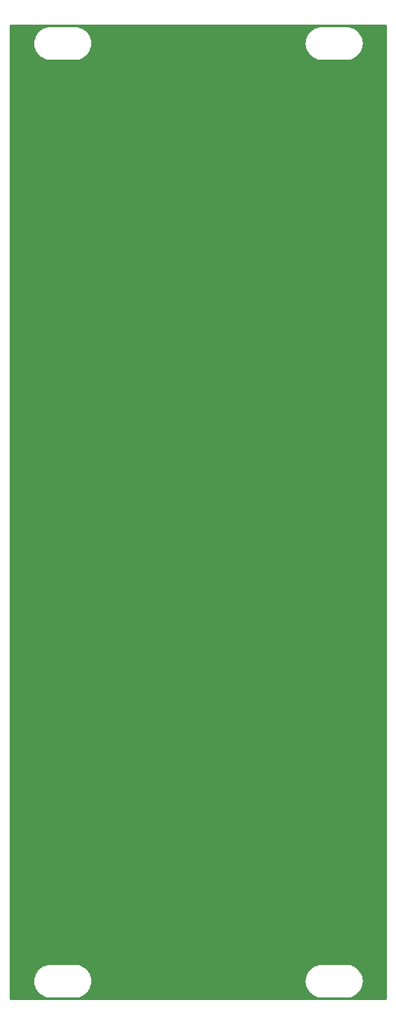
<source format=gbr>
G04 #@! TF.GenerationSoftware,KiCad,Pcbnew,(5.1.4-0-10_14)*
G04 #@! TF.CreationDate,2019-08-29T11:40:13-07:00*
G04 #@! TF.ProjectId,fp-dd-dev1,66702d64-642d-4646-9576-312e6b696361,rev?*
G04 #@! TF.SameCoordinates,PXffeced30PY931840*
G04 #@! TF.FileFunction,Copper,L2,Bot*
G04 #@! TF.FilePolarity,Positive*
%FSLAX46Y46*%
G04 Gerber Fmt 4.6, Leading zero omitted, Abs format (unit mm)*
G04 Created by KiCad (PCBNEW (5.1.4-0-10_14)) date 2019-08-29 11:40:13*
%MOMM*%
%LPD*%
G04 APERTURE LIST*
%ADD10C,7.620000*%
%ADD11C,7.874000*%
%ADD12C,3.175000*%
%ADD13C,7.112000*%
%ADD14C,5.969000*%
%ADD15C,0.254000*%
G04 APERTURE END LIST*
D10*
X6700000Y17140000D03*
X43800000Y17140000D03*
D11*
X13250000Y109640000D03*
D12*
X37900000Y23140000D03*
X12600000Y23140000D03*
D10*
X18500000Y17140000D03*
X32000000Y17190000D03*
X18500000Y33090000D03*
X32000000Y33090000D03*
D11*
X13250000Y84640000D03*
D13*
X8250000Y49640000D03*
D11*
X37250000Y109640000D03*
X37250000Y84640000D03*
D13*
X42250000Y49640000D03*
D14*
X6250000Y63640000D03*
X44250000Y63640000D03*
D15*
G36*
X49815001Y685000D02*
G01*
X685000Y685000D01*
X685000Y3048200D01*
X3635858Y3048200D01*
X3636292Y2986117D01*
X3635858Y2924035D01*
X3636791Y2914516D01*
X3669176Y2606388D01*
X3681663Y2545558D01*
X3693294Y2484585D01*
X3696058Y2475429D01*
X3787676Y2179459D01*
X3811744Y2122205D01*
X3834993Y2064661D01*
X3839483Y2056216D01*
X3986844Y1783678D01*
X4021556Y1732215D01*
X4055556Y1680258D01*
X4061601Y1672846D01*
X4259091Y1434121D01*
X4303129Y1390389D01*
X4346585Y1346014D01*
X4353954Y1339918D01*
X4594052Y1144100D01*
X4645786Y1109729D01*
X4696989Y1074669D01*
X4705402Y1070119D01*
X4978962Y924664D01*
X5036363Y901005D01*
X5093429Y876547D01*
X5102565Y873719D01*
X5399167Y784170D01*
X5460071Y772111D01*
X5520796Y759203D01*
X5530308Y758203D01*
X5838655Y727969D01*
X5838663Y727969D01*
X5871853Y724700D01*
X9114147Y724700D01*
X9148911Y728124D01*
X9169509Y728124D01*
X9179021Y729124D01*
X9486916Y763660D01*
X9547614Y776562D01*
X9608547Y788627D01*
X9617683Y791455D01*
X9913007Y885137D01*
X9970133Y909621D01*
X10027470Y933254D01*
X10035883Y937802D01*
X10307385Y1087061D01*
X10358623Y1122144D01*
X10410325Y1156495D01*
X10417695Y1162592D01*
X10655034Y1361743D01*
X10698475Y1406104D01*
X10742526Y1449849D01*
X10748572Y1457260D01*
X10942710Y1698720D01*
X10976706Y1750672D01*
X11011422Y1802141D01*
X11015913Y1810586D01*
X11159454Y2085155D01*
X11182709Y2142713D01*
X11206769Y2199951D01*
X11209534Y2209107D01*
X11297011Y2506328D01*
X11308648Y2567331D01*
X11321128Y2628131D01*
X11322062Y2637649D01*
X11350142Y2946200D01*
X11349708Y3008282D01*
X11349987Y3048200D01*
X39149859Y3048200D01*
X39150293Y2986117D01*
X39149859Y2924035D01*
X39150792Y2914516D01*
X39183177Y2606388D01*
X39195664Y2545558D01*
X39207295Y2484585D01*
X39210059Y2475429D01*
X39301677Y2179459D01*
X39325745Y2122205D01*
X39348994Y2064661D01*
X39353484Y2056216D01*
X39500845Y1783678D01*
X39535557Y1732215D01*
X39569557Y1680258D01*
X39575602Y1672846D01*
X39773092Y1434121D01*
X39817130Y1390389D01*
X39860586Y1346014D01*
X39867955Y1339918D01*
X40108053Y1144100D01*
X40159787Y1109729D01*
X40210990Y1074669D01*
X40219403Y1070119D01*
X40492963Y924664D01*
X40550364Y901005D01*
X40607430Y876547D01*
X40616566Y873719D01*
X40913168Y784170D01*
X40974072Y772111D01*
X41034797Y759203D01*
X41044309Y758203D01*
X41352656Y727969D01*
X41352664Y727969D01*
X41385854Y724700D01*
X44628148Y724700D01*
X44662912Y728124D01*
X44683510Y728124D01*
X44693022Y729124D01*
X45000917Y763660D01*
X45061615Y776562D01*
X45122548Y788627D01*
X45131684Y791455D01*
X45427008Y885137D01*
X45484134Y909621D01*
X45541471Y933254D01*
X45549884Y937802D01*
X45821386Y1087061D01*
X45872624Y1122144D01*
X45924326Y1156495D01*
X45931696Y1162592D01*
X46169035Y1361743D01*
X46212476Y1406104D01*
X46256527Y1449849D01*
X46262573Y1457260D01*
X46456711Y1698720D01*
X46490707Y1750672D01*
X46525423Y1802141D01*
X46529914Y1810586D01*
X46673455Y2085155D01*
X46696710Y2142713D01*
X46720770Y2199951D01*
X46723535Y2209107D01*
X46811012Y2506328D01*
X46822649Y2567331D01*
X46835129Y2628131D01*
X46836063Y2637649D01*
X46864143Y2946200D01*
X46863709Y3008283D01*
X46864143Y3070365D01*
X46863210Y3079884D01*
X46830825Y3388012D01*
X46818338Y3448842D01*
X46806707Y3509815D01*
X46803943Y3518971D01*
X46712325Y3814941D01*
X46688257Y3872195D01*
X46665008Y3929739D01*
X46660518Y3938184D01*
X46513157Y4210722D01*
X46478435Y4262200D01*
X46444445Y4314142D01*
X46438400Y4321554D01*
X46240910Y4560279D01*
X46196855Y4604028D01*
X46153416Y4648386D01*
X46146052Y4654477D01*
X46146048Y4654481D01*
X46146044Y4654484D01*
X45905949Y4850300D01*
X45854215Y4884671D01*
X45803012Y4919731D01*
X45794599Y4924281D01*
X45521039Y5069736D01*
X45463609Y5093407D01*
X45406572Y5117853D01*
X45397440Y5120680D01*
X45397434Y5120682D01*
X45100834Y5210230D01*
X45039930Y5222289D01*
X44979205Y5235197D01*
X44969693Y5236197D01*
X44661346Y5266431D01*
X44661338Y5266431D01*
X44628148Y5269700D01*
X41385854Y5269700D01*
X41351090Y5266276D01*
X41330492Y5266276D01*
X41320980Y5265276D01*
X41013085Y5230740D01*
X40952387Y5217838D01*
X40891454Y5205773D01*
X40882318Y5202945D01*
X40586995Y5109263D01*
X40529882Y5084784D01*
X40472531Y5061146D01*
X40464121Y5056599D01*
X40464116Y5056597D01*
X40464112Y5056594D01*
X40192616Y4907339D01*
X40141352Y4872238D01*
X40089676Y4837904D01*
X40082306Y4831808D01*
X39844966Y4632656D01*
X39801509Y4588279D01*
X39757475Y4544551D01*
X39751430Y4537140D01*
X39557291Y4295681D01*
X39523283Y4243710D01*
X39488579Y4192259D01*
X39484088Y4183814D01*
X39340547Y3909245D01*
X39317292Y3851687D01*
X39293232Y3794449D01*
X39290467Y3785293D01*
X39202990Y3488073D01*
X39191350Y3427056D01*
X39178873Y3366269D01*
X39177939Y3356750D01*
X39149859Y3048200D01*
X11349987Y3048200D01*
X11350142Y3070365D01*
X11349209Y3079884D01*
X11316824Y3388012D01*
X11304337Y3448842D01*
X11292706Y3509815D01*
X11289942Y3518971D01*
X11198324Y3814941D01*
X11174256Y3872195D01*
X11151007Y3929739D01*
X11146517Y3938184D01*
X10999156Y4210722D01*
X10964434Y4262200D01*
X10930444Y4314142D01*
X10924399Y4321554D01*
X10726909Y4560279D01*
X10682854Y4604028D01*
X10639415Y4648386D01*
X10632051Y4654477D01*
X10632047Y4654481D01*
X10632043Y4654484D01*
X10391948Y4850300D01*
X10340214Y4884671D01*
X10289011Y4919731D01*
X10280598Y4924281D01*
X10007038Y5069736D01*
X9949608Y5093407D01*
X9892571Y5117853D01*
X9883439Y5120680D01*
X9883433Y5120682D01*
X9586833Y5210230D01*
X9525929Y5222289D01*
X9465204Y5235197D01*
X9455692Y5236197D01*
X9147345Y5266431D01*
X9147337Y5266431D01*
X9114147Y5269700D01*
X5871853Y5269700D01*
X5837089Y5266276D01*
X5816491Y5266276D01*
X5806979Y5265276D01*
X5499084Y5230740D01*
X5438386Y5217838D01*
X5377453Y5205773D01*
X5368317Y5202945D01*
X5072994Y5109263D01*
X5015881Y5084784D01*
X4958530Y5061146D01*
X4950120Y5056599D01*
X4950115Y5056597D01*
X4950111Y5056594D01*
X4678615Y4907339D01*
X4627351Y4872238D01*
X4575675Y4837904D01*
X4568305Y4831808D01*
X4330965Y4632656D01*
X4287508Y4588279D01*
X4243474Y4544551D01*
X4237429Y4537140D01*
X4043290Y4295681D01*
X4009282Y4243710D01*
X3974578Y4192259D01*
X3970087Y4183814D01*
X3826546Y3909245D01*
X3803291Y3851687D01*
X3779231Y3794449D01*
X3776466Y3785293D01*
X3688989Y3488073D01*
X3677349Y3427056D01*
X3664872Y3366269D01*
X3663938Y3356750D01*
X3635858Y3048200D01*
X685000Y3048200D01*
X685000Y125553800D01*
X3635858Y125553800D01*
X3636292Y125491718D01*
X3635858Y125429635D01*
X3636791Y125420116D01*
X3669176Y125111988D01*
X3681663Y125051158D01*
X3693294Y124990185D01*
X3696058Y124981029D01*
X3787676Y124685059D01*
X3811744Y124627805D01*
X3834993Y124570261D01*
X3839483Y124561816D01*
X3986844Y124289278D01*
X4021556Y124237815D01*
X4055556Y124185858D01*
X4061601Y124178446D01*
X4259091Y123939721D01*
X4303129Y123895989D01*
X4346585Y123851614D01*
X4353954Y123845518D01*
X4594052Y123649700D01*
X4645786Y123615329D01*
X4696989Y123580269D01*
X4705402Y123575719D01*
X4978962Y123430264D01*
X5036363Y123406605D01*
X5093429Y123382147D01*
X5102565Y123379319D01*
X5399167Y123289770D01*
X5460071Y123277711D01*
X5520796Y123264803D01*
X5530308Y123263803D01*
X5838655Y123233569D01*
X5838663Y123233569D01*
X5871853Y123230300D01*
X9114147Y123230300D01*
X9148911Y123233724D01*
X9169509Y123233724D01*
X9179021Y123234724D01*
X9486916Y123269260D01*
X9547614Y123282162D01*
X9608547Y123294227D01*
X9617683Y123297055D01*
X9913007Y123390737D01*
X9970133Y123415221D01*
X10027470Y123438854D01*
X10035883Y123443402D01*
X10307385Y123592661D01*
X10358623Y123627744D01*
X10410325Y123662095D01*
X10417695Y123668192D01*
X10655034Y123867343D01*
X10698475Y123911704D01*
X10742526Y123955449D01*
X10748572Y123962860D01*
X10942710Y124204320D01*
X10976706Y124256272D01*
X11011422Y124307741D01*
X11015913Y124316186D01*
X11159454Y124590755D01*
X11182709Y124648313D01*
X11206769Y124705551D01*
X11209534Y124714707D01*
X11297011Y125011928D01*
X11308648Y125072931D01*
X11321128Y125133731D01*
X11322062Y125143249D01*
X11350142Y125451800D01*
X11349708Y125513883D01*
X11349987Y125553800D01*
X39149859Y125553800D01*
X39150293Y125491718D01*
X39149859Y125429635D01*
X39150792Y125420116D01*
X39183177Y125111988D01*
X39195664Y125051158D01*
X39207295Y124990185D01*
X39210059Y124981029D01*
X39301677Y124685059D01*
X39325745Y124627805D01*
X39348994Y124570261D01*
X39353484Y124561816D01*
X39500845Y124289278D01*
X39535557Y124237815D01*
X39569557Y124185858D01*
X39575602Y124178446D01*
X39773092Y123939721D01*
X39817130Y123895989D01*
X39860586Y123851614D01*
X39867955Y123845518D01*
X40108053Y123649700D01*
X40159787Y123615329D01*
X40210990Y123580269D01*
X40219403Y123575719D01*
X40492963Y123430264D01*
X40550364Y123406605D01*
X40607430Y123382147D01*
X40616566Y123379319D01*
X40913168Y123289770D01*
X40974072Y123277711D01*
X41034797Y123264803D01*
X41044309Y123263803D01*
X41352656Y123233569D01*
X41352664Y123233569D01*
X41385854Y123230300D01*
X44628148Y123230300D01*
X44662912Y123233724D01*
X44683510Y123233724D01*
X44693022Y123234724D01*
X45000917Y123269260D01*
X45061615Y123282162D01*
X45122548Y123294227D01*
X45131684Y123297055D01*
X45427008Y123390737D01*
X45484134Y123415221D01*
X45541471Y123438854D01*
X45549884Y123443402D01*
X45821386Y123592661D01*
X45872624Y123627744D01*
X45924326Y123662095D01*
X45931696Y123668192D01*
X46169035Y123867343D01*
X46212476Y123911704D01*
X46256527Y123955449D01*
X46262573Y123962860D01*
X46456711Y124204320D01*
X46490707Y124256272D01*
X46525423Y124307741D01*
X46529914Y124316186D01*
X46673455Y124590755D01*
X46696710Y124648313D01*
X46720770Y124705551D01*
X46723535Y124714707D01*
X46811012Y125011928D01*
X46822649Y125072931D01*
X46835129Y125133731D01*
X46836063Y125143249D01*
X46864143Y125451800D01*
X46863709Y125513883D01*
X46864143Y125575965D01*
X46863210Y125585484D01*
X46830825Y125893612D01*
X46818338Y125954442D01*
X46806707Y126015415D01*
X46803943Y126024571D01*
X46712325Y126320541D01*
X46688257Y126377795D01*
X46665008Y126435339D01*
X46660518Y126443784D01*
X46513157Y126716322D01*
X46478435Y126767800D01*
X46444445Y126819742D01*
X46438400Y126827154D01*
X46240910Y127065879D01*
X46196855Y127109628D01*
X46153416Y127153986D01*
X46146052Y127160077D01*
X46146048Y127160081D01*
X46146044Y127160084D01*
X45905949Y127355900D01*
X45854215Y127390271D01*
X45803012Y127425331D01*
X45794599Y127429881D01*
X45521039Y127575336D01*
X45463609Y127599007D01*
X45406572Y127623453D01*
X45397440Y127626280D01*
X45397434Y127626282D01*
X45100834Y127715830D01*
X45039930Y127727889D01*
X44979205Y127740797D01*
X44969693Y127741797D01*
X44661346Y127772031D01*
X44661338Y127772031D01*
X44628148Y127775300D01*
X41385854Y127775300D01*
X41351090Y127771876D01*
X41330492Y127771876D01*
X41320980Y127770876D01*
X41013085Y127736340D01*
X40952387Y127723438D01*
X40891454Y127711373D01*
X40882318Y127708545D01*
X40586995Y127614863D01*
X40529882Y127590384D01*
X40472531Y127566746D01*
X40464121Y127562199D01*
X40464116Y127562197D01*
X40464112Y127562194D01*
X40192616Y127412939D01*
X40141352Y127377838D01*
X40089676Y127343504D01*
X40082306Y127337408D01*
X39844966Y127138256D01*
X39801509Y127093879D01*
X39757475Y127050151D01*
X39751430Y127042740D01*
X39557291Y126801281D01*
X39523283Y126749310D01*
X39488579Y126697859D01*
X39484088Y126689414D01*
X39340547Y126414845D01*
X39317292Y126357287D01*
X39293232Y126300049D01*
X39290467Y126290893D01*
X39202990Y125993673D01*
X39191350Y125932656D01*
X39178873Y125871869D01*
X39177939Y125862350D01*
X39149859Y125553800D01*
X11349987Y125553800D01*
X11350142Y125575965D01*
X11349209Y125585484D01*
X11316824Y125893612D01*
X11304337Y125954442D01*
X11292706Y126015415D01*
X11289942Y126024571D01*
X11198324Y126320541D01*
X11174256Y126377795D01*
X11151007Y126435339D01*
X11146517Y126443784D01*
X10999156Y126716322D01*
X10964434Y126767800D01*
X10930444Y126819742D01*
X10924399Y126827154D01*
X10726909Y127065879D01*
X10682854Y127109628D01*
X10639415Y127153986D01*
X10632051Y127160077D01*
X10632047Y127160081D01*
X10632043Y127160084D01*
X10391948Y127355900D01*
X10340214Y127390271D01*
X10289011Y127425331D01*
X10280598Y127429881D01*
X10007038Y127575336D01*
X9949608Y127599007D01*
X9892571Y127623453D01*
X9883439Y127626280D01*
X9883433Y127626282D01*
X9586833Y127715830D01*
X9525929Y127727889D01*
X9465204Y127740797D01*
X9455692Y127741797D01*
X9147345Y127772031D01*
X9147337Y127772031D01*
X9114147Y127775300D01*
X5871853Y127775300D01*
X5837089Y127771876D01*
X5816491Y127771876D01*
X5806979Y127770876D01*
X5499084Y127736340D01*
X5438386Y127723438D01*
X5377453Y127711373D01*
X5368317Y127708545D01*
X5072994Y127614863D01*
X5015881Y127590384D01*
X4958530Y127566746D01*
X4950120Y127562199D01*
X4950115Y127562197D01*
X4950111Y127562194D01*
X4678615Y127412939D01*
X4627351Y127377838D01*
X4575675Y127343504D01*
X4568305Y127337408D01*
X4330965Y127138256D01*
X4287508Y127093879D01*
X4243474Y127050151D01*
X4237429Y127042740D01*
X4043290Y126801281D01*
X4009282Y126749310D01*
X3974578Y126697859D01*
X3970087Y126689414D01*
X3826546Y126414845D01*
X3803291Y126357287D01*
X3779231Y126300049D01*
X3776466Y126290893D01*
X3688989Y125993673D01*
X3677349Y125932656D01*
X3664872Y125871869D01*
X3663938Y125862350D01*
X3635858Y125553800D01*
X685000Y125553800D01*
X685000Y127815000D01*
X49815000Y127815000D01*
X49815001Y685000D01*
X49815001Y685000D01*
G37*
X49815001Y685000D02*
X685000Y685000D01*
X685000Y3048200D01*
X3635858Y3048200D01*
X3636292Y2986117D01*
X3635858Y2924035D01*
X3636791Y2914516D01*
X3669176Y2606388D01*
X3681663Y2545558D01*
X3693294Y2484585D01*
X3696058Y2475429D01*
X3787676Y2179459D01*
X3811744Y2122205D01*
X3834993Y2064661D01*
X3839483Y2056216D01*
X3986844Y1783678D01*
X4021556Y1732215D01*
X4055556Y1680258D01*
X4061601Y1672846D01*
X4259091Y1434121D01*
X4303129Y1390389D01*
X4346585Y1346014D01*
X4353954Y1339918D01*
X4594052Y1144100D01*
X4645786Y1109729D01*
X4696989Y1074669D01*
X4705402Y1070119D01*
X4978962Y924664D01*
X5036363Y901005D01*
X5093429Y876547D01*
X5102565Y873719D01*
X5399167Y784170D01*
X5460071Y772111D01*
X5520796Y759203D01*
X5530308Y758203D01*
X5838655Y727969D01*
X5838663Y727969D01*
X5871853Y724700D01*
X9114147Y724700D01*
X9148911Y728124D01*
X9169509Y728124D01*
X9179021Y729124D01*
X9486916Y763660D01*
X9547614Y776562D01*
X9608547Y788627D01*
X9617683Y791455D01*
X9913007Y885137D01*
X9970133Y909621D01*
X10027470Y933254D01*
X10035883Y937802D01*
X10307385Y1087061D01*
X10358623Y1122144D01*
X10410325Y1156495D01*
X10417695Y1162592D01*
X10655034Y1361743D01*
X10698475Y1406104D01*
X10742526Y1449849D01*
X10748572Y1457260D01*
X10942710Y1698720D01*
X10976706Y1750672D01*
X11011422Y1802141D01*
X11015913Y1810586D01*
X11159454Y2085155D01*
X11182709Y2142713D01*
X11206769Y2199951D01*
X11209534Y2209107D01*
X11297011Y2506328D01*
X11308648Y2567331D01*
X11321128Y2628131D01*
X11322062Y2637649D01*
X11350142Y2946200D01*
X11349708Y3008282D01*
X11349987Y3048200D01*
X39149859Y3048200D01*
X39150293Y2986117D01*
X39149859Y2924035D01*
X39150792Y2914516D01*
X39183177Y2606388D01*
X39195664Y2545558D01*
X39207295Y2484585D01*
X39210059Y2475429D01*
X39301677Y2179459D01*
X39325745Y2122205D01*
X39348994Y2064661D01*
X39353484Y2056216D01*
X39500845Y1783678D01*
X39535557Y1732215D01*
X39569557Y1680258D01*
X39575602Y1672846D01*
X39773092Y1434121D01*
X39817130Y1390389D01*
X39860586Y1346014D01*
X39867955Y1339918D01*
X40108053Y1144100D01*
X40159787Y1109729D01*
X40210990Y1074669D01*
X40219403Y1070119D01*
X40492963Y924664D01*
X40550364Y901005D01*
X40607430Y876547D01*
X40616566Y873719D01*
X40913168Y784170D01*
X40974072Y772111D01*
X41034797Y759203D01*
X41044309Y758203D01*
X41352656Y727969D01*
X41352664Y727969D01*
X41385854Y724700D01*
X44628148Y724700D01*
X44662912Y728124D01*
X44683510Y728124D01*
X44693022Y729124D01*
X45000917Y763660D01*
X45061615Y776562D01*
X45122548Y788627D01*
X45131684Y791455D01*
X45427008Y885137D01*
X45484134Y909621D01*
X45541471Y933254D01*
X45549884Y937802D01*
X45821386Y1087061D01*
X45872624Y1122144D01*
X45924326Y1156495D01*
X45931696Y1162592D01*
X46169035Y1361743D01*
X46212476Y1406104D01*
X46256527Y1449849D01*
X46262573Y1457260D01*
X46456711Y1698720D01*
X46490707Y1750672D01*
X46525423Y1802141D01*
X46529914Y1810586D01*
X46673455Y2085155D01*
X46696710Y2142713D01*
X46720770Y2199951D01*
X46723535Y2209107D01*
X46811012Y2506328D01*
X46822649Y2567331D01*
X46835129Y2628131D01*
X46836063Y2637649D01*
X46864143Y2946200D01*
X46863709Y3008283D01*
X46864143Y3070365D01*
X46863210Y3079884D01*
X46830825Y3388012D01*
X46818338Y3448842D01*
X46806707Y3509815D01*
X46803943Y3518971D01*
X46712325Y3814941D01*
X46688257Y3872195D01*
X46665008Y3929739D01*
X46660518Y3938184D01*
X46513157Y4210722D01*
X46478435Y4262200D01*
X46444445Y4314142D01*
X46438400Y4321554D01*
X46240910Y4560279D01*
X46196855Y4604028D01*
X46153416Y4648386D01*
X46146052Y4654477D01*
X46146048Y4654481D01*
X46146044Y4654484D01*
X45905949Y4850300D01*
X45854215Y4884671D01*
X45803012Y4919731D01*
X45794599Y4924281D01*
X45521039Y5069736D01*
X45463609Y5093407D01*
X45406572Y5117853D01*
X45397440Y5120680D01*
X45397434Y5120682D01*
X45100834Y5210230D01*
X45039930Y5222289D01*
X44979205Y5235197D01*
X44969693Y5236197D01*
X44661346Y5266431D01*
X44661338Y5266431D01*
X44628148Y5269700D01*
X41385854Y5269700D01*
X41351090Y5266276D01*
X41330492Y5266276D01*
X41320980Y5265276D01*
X41013085Y5230740D01*
X40952387Y5217838D01*
X40891454Y5205773D01*
X40882318Y5202945D01*
X40586995Y5109263D01*
X40529882Y5084784D01*
X40472531Y5061146D01*
X40464121Y5056599D01*
X40464116Y5056597D01*
X40464112Y5056594D01*
X40192616Y4907339D01*
X40141352Y4872238D01*
X40089676Y4837904D01*
X40082306Y4831808D01*
X39844966Y4632656D01*
X39801509Y4588279D01*
X39757475Y4544551D01*
X39751430Y4537140D01*
X39557291Y4295681D01*
X39523283Y4243710D01*
X39488579Y4192259D01*
X39484088Y4183814D01*
X39340547Y3909245D01*
X39317292Y3851687D01*
X39293232Y3794449D01*
X39290467Y3785293D01*
X39202990Y3488073D01*
X39191350Y3427056D01*
X39178873Y3366269D01*
X39177939Y3356750D01*
X39149859Y3048200D01*
X11349987Y3048200D01*
X11350142Y3070365D01*
X11349209Y3079884D01*
X11316824Y3388012D01*
X11304337Y3448842D01*
X11292706Y3509815D01*
X11289942Y3518971D01*
X11198324Y3814941D01*
X11174256Y3872195D01*
X11151007Y3929739D01*
X11146517Y3938184D01*
X10999156Y4210722D01*
X10964434Y4262200D01*
X10930444Y4314142D01*
X10924399Y4321554D01*
X10726909Y4560279D01*
X10682854Y4604028D01*
X10639415Y4648386D01*
X10632051Y4654477D01*
X10632047Y4654481D01*
X10632043Y4654484D01*
X10391948Y4850300D01*
X10340214Y4884671D01*
X10289011Y4919731D01*
X10280598Y4924281D01*
X10007038Y5069736D01*
X9949608Y5093407D01*
X9892571Y5117853D01*
X9883439Y5120680D01*
X9883433Y5120682D01*
X9586833Y5210230D01*
X9525929Y5222289D01*
X9465204Y5235197D01*
X9455692Y5236197D01*
X9147345Y5266431D01*
X9147337Y5266431D01*
X9114147Y5269700D01*
X5871853Y5269700D01*
X5837089Y5266276D01*
X5816491Y5266276D01*
X5806979Y5265276D01*
X5499084Y5230740D01*
X5438386Y5217838D01*
X5377453Y5205773D01*
X5368317Y5202945D01*
X5072994Y5109263D01*
X5015881Y5084784D01*
X4958530Y5061146D01*
X4950120Y5056599D01*
X4950115Y5056597D01*
X4950111Y5056594D01*
X4678615Y4907339D01*
X4627351Y4872238D01*
X4575675Y4837904D01*
X4568305Y4831808D01*
X4330965Y4632656D01*
X4287508Y4588279D01*
X4243474Y4544551D01*
X4237429Y4537140D01*
X4043290Y4295681D01*
X4009282Y4243710D01*
X3974578Y4192259D01*
X3970087Y4183814D01*
X3826546Y3909245D01*
X3803291Y3851687D01*
X3779231Y3794449D01*
X3776466Y3785293D01*
X3688989Y3488073D01*
X3677349Y3427056D01*
X3664872Y3366269D01*
X3663938Y3356750D01*
X3635858Y3048200D01*
X685000Y3048200D01*
X685000Y125553800D01*
X3635858Y125553800D01*
X3636292Y125491718D01*
X3635858Y125429635D01*
X3636791Y125420116D01*
X3669176Y125111988D01*
X3681663Y125051158D01*
X3693294Y124990185D01*
X3696058Y124981029D01*
X3787676Y124685059D01*
X3811744Y124627805D01*
X3834993Y124570261D01*
X3839483Y124561816D01*
X3986844Y124289278D01*
X4021556Y124237815D01*
X4055556Y124185858D01*
X4061601Y124178446D01*
X4259091Y123939721D01*
X4303129Y123895989D01*
X4346585Y123851614D01*
X4353954Y123845518D01*
X4594052Y123649700D01*
X4645786Y123615329D01*
X4696989Y123580269D01*
X4705402Y123575719D01*
X4978962Y123430264D01*
X5036363Y123406605D01*
X5093429Y123382147D01*
X5102565Y123379319D01*
X5399167Y123289770D01*
X5460071Y123277711D01*
X5520796Y123264803D01*
X5530308Y123263803D01*
X5838655Y123233569D01*
X5838663Y123233569D01*
X5871853Y123230300D01*
X9114147Y123230300D01*
X9148911Y123233724D01*
X9169509Y123233724D01*
X9179021Y123234724D01*
X9486916Y123269260D01*
X9547614Y123282162D01*
X9608547Y123294227D01*
X9617683Y123297055D01*
X9913007Y123390737D01*
X9970133Y123415221D01*
X10027470Y123438854D01*
X10035883Y123443402D01*
X10307385Y123592661D01*
X10358623Y123627744D01*
X10410325Y123662095D01*
X10417695Y123668192D01*
X10655034Y123867343D01*
X10698475Y123911704D01*
X10742526Y123955449D01*
X10748572Y123962860D01*
X10942710Y124204320D01*
X10976706Y124256272D01*
X11011422Y124307741D01*
X11015913Y124316186D01*
X11159454Y124590755D01*
X11182709Y124648313D01*
X11206769Y124705551D01*
X11209534Y124714707D01*
X11297011Y125011928D01*
X11308648Y125072931D01*
X11321128Y125133731D01*
X11322062Y125143249D01*
X11350142Y125451800D01*
X11349708Y125513883D01*
X11349987Y125553800D01*
X39149859Y125553800D01*
X39150293Y125491718D01*
X39149859Y125429635D01*
X39150792Y125420116D01*
X39183177Y125111988D01*
X39195664Y125051158D01*
X39207295Y124990185D01*
X39210059Y124981029D01*
X39301677Y124685059D01*
X39325745Y124627805D01*
X39348994Y124570261D01*
X39353484Y124561816D01*
X39500845Y124289278D01*
X39535557Y124237815D01*
X39569557Y124185858D01*
X39575602Y124178446D01*
X39773092Y123939721D01*
X39817130Y123895989D01*
X39860586Y123851614D01*
X39867955Y123845518D01*
X40108053Y123649700D01*
X40159787Y123615329D01*
X40210990Y123580269D01*
X40219403Y123575719D01*
X40492963Y123430264D01*
X40550364Y123406605D01*
X40607430Y123382147D01*
X40616566Y123379319D01*
X40913168Y123289770D01*
X40974072Y123277711D01*
X41034797Y123264803D01*
X41044309Y123263803D01*
X41352656Y123233569D01*
X41352664Y123233569D01*
X41385854Y123230300D01*
X44628148Y123230300D01*
X44662912Y123233724D01*
X44683510Y123233724D01*
X44693022Y123234724D01*
X45000917Y123269260D01*
X45061615Y123282162D01*
X45122548Y123294227D01*
X45131684Y123297055D01*
X45427008Y123390737D01*
X45484134Y123415221D01*
X45541471Y123438854D01*
X45549884Y123443402D01*
X45821386Y123592661D01*
X45872624Y123627744D01*
X45924326Y123662095D01*
X45931696Y123668192D01*
X46169035Y123867343D01*
X46212476Y123911704D01*
X46256527Y123955449D01*
X46262573Y123962860D01*
X46456711Y124204320D01*
X46490707Y124256272D01*
X46525423Y124307741D01*
X46529914Y124316186D01*
X46673455Y124590755D01*
X46696710Y124648313D01*
X46720770Y124705551D01*
X46723535Y124714707D01*
X46811012Y125011928D01*
X46822649Y125072931D01*
X46835129Y125133731D01*
X46836063Y125143249D01*
X46864143Y125451800D01*
X46863709Y125513883D01*
X46864143Y125575965D01*
X46863210Y125585484D01*
X46830825Y125893612D01*
X46818338Y125954442D01*
X46806707Y126015415D01*
X46803943Y126024571D01*
X46712325Y126320541D01*
X46688257Y126377795D01*
X46665008Y126435339D01*
X46660518Y126443784D01*
X46513157Y126716322D01*
X46478435Y126767800D01*
X46444445Y126819742D01*
X46438400Y126827154D01*
X46240910Y127065879D01*
X46196855Y127109628D01*
X46153416Y127153986D01*
X46146052Y127160077D01*
X46146048Y127160081D01*
X46146044Y127160084D01*
X45905949Y127355900D01*
X45854215Y127390271D01*
X45803012Y127425331D01*
X45794599Y127429881D01*
X45521039Y127575336D01*
X45463609Y127599007D01*
X45406572Y127623453D01*
X45397440Y127626280D01*
X45397434Y127626282D01*
X45100834Y127715830D01*
X45039930Y127727889D01*
X44979205Y127740797D01*
X44969693Y127741797D01*
X44661346Y127772031D01*
X44661338Y127772031D01*
X44628148Y127775300D01*
X41385854Y127775300D01*
X41351090Y127771876D01*
X41330492Y127771876D01*
X41320980Y127770876D01*
X41013085Y127736340D01*
X40952387Y127723438D01*
X40891454Y127711373D01*
X40882318Y127708545D01*
X40586995Y127614863D01*
X40529882Y127590384D01*
X40472531Y127566746D01*
X40464121Y127562199D01*
X40464116Y127562197D01*
X40464112Y127562194D01*
X40192616Y127412939D01*
X40141352Y127377838D01*
X40089676Y127343504D01*
X40082306Y127337408D01*
X39844966Y127138256D01*
X39801509Y127093879D01*
X39757475Y127050151D01*
X39751430Y127042740D01*
X39557291Y126801281D01*
X39523283Y126749310D01*
X39488579Y126697859D01*
X39484088Y126689414D01*
X39340547Y126414845D01*
X39317292Y126357287D01*
X39293232Y126300049D01*
X39290467Y126290893D01*
X39202990Y125993673D01*
X39191350Y125932656D01*
X39178873Y125871869D01*
X39177939Y125862350D01*
X39149859Y125553800D01*
X11349987Y125553800D01*
X11350142Y125575965D01*
X11349209Y125585484D01*
X11316824Y125893612D01*
X11304337Y125954442D01*
X11292706Y126015415D01*
X11289942Y126024571D01*
X11198324Y126320541D01*
X11174256Y126377795D01*
X11151007Y126435339D01*
X11146517Y126443784D01*
X10999156Y126716322D01*
X10964434Y126767800D01*
X10930444Y126819742D01*
X10924399Y126827154D01*
X10726909Y127065879D01*
X10682854Y127109628D01*
X10639415Y127153986D01*
X10632051Y127160077D01*
X10632047Y127160081D01*
X10632043Y127160084D01*
X10391948Y127355900D01*
X10340214Y127390271D01*
X10289011Y127425331D01*
X10280598Y127429881D01*
X10007038Y127575336D01*
X9949608Y127599007D01*
X9892571Y127623453D01*
X9883439Y127626280D01*
X9883433Y127626282D01*
X9586833Y127715830D01*
X9525929Y127727889D01*
X9465204Y127740797D01*
X9455692Y127741797D01*
X9147345Y127772031D01*
X9147337Y127772031D01*
X9114147Y127775300D01*
X5871853Y127775300D01*
X5837089Y127771876D01*
X5816491Y127771876D01*
X5806979Y127770876D01*
X5499084Y127736340D01*
X5438386Y127723438D01*
X5377453Y127711373D01*
X5368317Y127708545D01*
X5072994Y127614863D01*
X5015881Y127590384D01*
X4958530Y127566746D01*
X4950120Y127562199D01*
X4950115Y127562197D01*
X4950111Y127562194D01*
X4678615Y127412939D01*
X4627351Y127377838D01*
X4575675Y127343504D01*
X4568305Y127337408D01*
X4330965Y127138256D01*
X4287508Y127093879D01*
X4243474Y127050151D01*
X4237429Y127042740D01*
X4043290Y126801281D01*
X4009282Y126749310D01*
X3974578Y126697859D01*
X3970087Y126689414D01*
X3826546Y126414845D01*
X3803291Y126357287D01*
X3779231Y126300049D01*
X3776466Y126290893D01*
X3688989Y125993673D01*
X3677349Y125932656D01*
X3664872Y125871869D01*
X3663938Y125862350D01*
X3635858Y125553800D01*
X685000Y125553800D01*
X685000Y127815000D01*
X49815000Y127815000D01*
X49815001Y685000D01*
M02*

</source>
